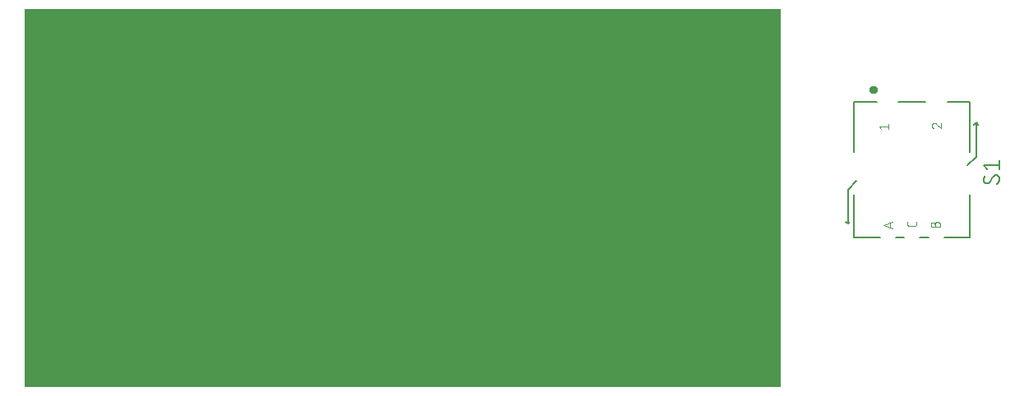
<source format=gbr>
G04 EAGLE Gerber RS-274X export*
G75*
%MOMM*%
%FSLAX34Y34*%
%LPD*%
%INSilkscreen Top*%
%IPPOS*%
%AMOC8*
5,1,8,0,0,1.08239X$1,22.5*%
G01*
%ADD10C,0.431800*%
%ADD11R,77.920000X38.920000*%
%ADD12C,0.076200*%
%ADD13C,0.200000*%
%ADD14C,0.127000*%
%ADD15C,0.400000*%
%ADD16C,0.152400*%


D10*
X366847Y385699D02*
X345059Y385699D01*
X345059Y434721D01*
X366847Y434721D01*
X361400Y412933D02*
X345059Y412933D01*
X389320Y385699D02*
X400214Y385699D01*
X389320Y385699D02*
X389057Y385702D01*
X388794Y385712D01*
X388531Y385728D01*
X388269Y385750D01*
X388007Y385778D01*
X387746Y385813D01*
X387486Y385855D01*
X387227Y385902D01*
X386969Y385956D01*
X386713Y386016D01*
X386458Y386082D01*
X386205Y386154D01*
X385954Y386232D01*
X385704Y386317D01*
X385457Y386407D01*
X385212Y386503D01*
X384969Y386605D01*
X384729Y386714D01*
X384492Y386827D01*
X384257Y386947D01*
X384026Y387072D01*
X383797Y387203D01*
X383572Y387339D01*
X383350Y387480D01*
X383132Y387627D01*
X382917Y387780D01*
X382706Y387937D01*
X382498Y388099D01*
X382295Y388267D01*
X382096Y388439D01*
X381901Y388616D01*
X381710Y388797D01*
X381524Y388983D01*
X381343Y389174D01*
X381166Y389369D01*
X380994Y389568D01*
X380826Y389771D01*
X380664Y389979D01*
X380507Y390190D01*
X380354Y390405D01*
X380207Y390623D01*
X380066Y390845D01*
X379930Y391070D01*
X379799Y391299D01*
X379674Y391530D01*
X379554Y391765D01*
X379441Y392002D01*
X379332Y392242D01*
X379230Y392485D01*
X379134Y392730D01*
X379044Y392977D01*
X378959Y393227D01*
X378881Y393478D01*
X378809Y393731D01*
X378743Y393986D01*
X378683Y394242D01*
X378629Y394500D01*
X378582Y394759D01*
X378540Y395019D01*
X378505Y395280D01*
X378477Y395542D01*
X378455Y395804D01*
X378439Y396067D01*
X378429Y396330D01*
X378426Y396593D01*
X378427Y396593D02*
X378427Y423827D01*
X378426Y423827D02*
X378429Y424094D01*
X378439Y424362D01*
X378456Y424628D01*
X378478Y424895D01*
X378508Y425161D01*
X378544Y425425D01*
X378586Y425689D01*
X378635Y425952D01*
X378691Y426214D01*
X378752Y426474D01*
X378821Y426733D01*
X378895Y426989D01*
X378976Y427244D01*
X379063Y427497D01*
X379156Y427748D01*
X379255Y427996D01*
X379361Y428242D01*
X379472Y428485D01*
X379589Y428725D01*
X379712Y428962D01*
X379841Y429197D01*
X379976Y429428D01*
X380116Y429655D01*
X380262Y429879D01*
X380413Y430100D01*
X380570Y430317D01*
X380732Y430529D01*
X380899Y430738D01*
X381071Y430943D01*
X381248Y431143D01*
X381430Y431339D01*
X381617Y431530D01*
X381808Y431717D01*
X382004Y431899D01*
X382204Y432076D01*
X382409Y432248D01*
X382618Y432415D01*
X382830Y432577D01*
X383047Y432734D01*
X383268Y432885D01*
X383492Y433031D01*
X383719Y433171D01*
X383950Y433306D01*
X384185Y433435D01*
X384422Y433558D01*
X384662Y433675D01*
X384905Y433786D01*
X385151Y433892D01*
X385399Y433991D01*
X385650Y434084D01*
X385903Y434171D01*
X386158Y434252D01*
X386414Y434326D01*
X386673Y434395D01*
X386933Y434456D01*
X387195Y434512D01*
X387458Y434561D01*
X387721Y434603D01*
X387986Y434639D01*
X388252Y434669D01*
X388519Y434691D01*
X388785Y434708D01*
X389053Y434718D01*
X389320Y434721D01*
X400214Y434721D01*
X413046Y434721D02*
X413046Y385699D01*
X413046Y434721D02*
X426663Y434721D01*
X426995Y434717D01*
X427326Y434705D01*
X427657Y434685D01*
X427987Y434656D01*
X428317Y434620D01*
X428646Y434576D01*
X428973Y434524D01*
X429299Y434463D01*
X429624Y434395D01*
X429947Y434319D01*
X430267Y434235D01*
X430586Y434144D01*
X430902Y434044D01*
X431216Y433937D01*
X431527Y433822D01*
X431836Y433700D01*
X432141Y433571D01*
X432443Y433433D01*
X432741Y433289D01*
X433036Y433137D01*
X433327Y432979D01*
X433615Y432813D01*
X433898Y432640D01*
X434176Y432461D01*
X434451Y432274D01*
X434720Y432081D01*
X434985Y431882D01*
X435245Y431676D01*
X435500Y431464D01*
X435750Y431246D01*
X435994Y431021D01*
X436233Y430791D01*
X436466Y430555D01*
X436693Y430314D01*
X436914Y430067D01*
X437130Y429814D01*
X437339Y429557D01*
X437541Y429295D01*
X437738Y429027D01*
X437927Y428755D01*
X438110Y428479D01*
X438286Y428198D01*
X438456Y427913D01*
X438618Y427623D01*
X438773Y427330D01*
X438921Y427034D01*
X439062Y426733D01*
X439195Y426430D01*
X439321Y426123D01*
X439440Y425813D01*
X439551Y425501D01*
X439654Y425186D01*
X439749Y424868D01*
X439837Y424548D01*
X439917Y424226D01*
X439989Y423903D01*
X440053Y423577D01*
X440110Y423251D01*
X440158Y422922D01*
X440198Y422593D01*
X440231Y422263D01*
X440255Y421933D01*
X440271Y421601D01*
X440279Y421270D01*
X440279Y420938D01*
X440271Y420607D01*
X440255Y420275D01*
X440231Y419945D01*
X440198Y419615D01*
X440158Y419286D01*
X440110Y418957D01*
X440053Y418631D01*
X439989Y418305D01*
X439917Y417982D01*
X439837Y417660D01*
X439749Y417340D01*
X439654Y417022D01*
X439551Y416707D01*
X439440Y416395D01*
X439321Y416085D01*
X439195Y415778D01*
X439062Y415475D01*
X438921Y415174D01*
X438773Y414878D01*
X438618Y414585D01*
X438456Y414296D01*
X438286Y414010D01*
X438110Y413729D01*
X437927Y413453D01*
X437738Y413181D01*
X437541Y412913D01*
X437339Y412651D01*
X437130Y412394D01*
X436914Y412141D01*
X436693Y411894D01*
X436466Y411653D01*
X436233Y411417D01*
X435994Y411187D01*
X435750Y410962D01*
X435500Y410744D01*
X435245Y410532D01*
X434985Y410326D01*
X434720Y410127D01*
X434451Y409934D01*
X434176Y409747D01*
X433898Y409568D01*
X433615Y409395D01*
X433327Y409229D01*
X433036Y409071D01*
X432741Y408919D01*
X432443Y408775D01*
X432141Y408637D01*
X431836Y408508D01*
X431527Y408386D01*
X431216Y408271D01*
X430902Y408164D01*
X430586Y408064D01*
X430267Y407973D01*
X429947Y407889D01*
X429624Y407813D01*
X429299Y407745D01*
X428973Y407684D01*
X428646Y407632D01*
X428317Y407588D01*
X427987Y407552D01*
X427657Y407523D01*
X427326Y407503D01*
X426995Y407491D01*
X426663Y407487D01*
X413046Y407487D01*
X429387Y407487D02*
X440280Y385699D01*
X450368Y385699D02*
X466708Y434721D01*
X483049Y385699D01*
X478964Y397955D02*
X454453Y397955D01*
X494430Y385699D02*
X494430Y434721D01*
X521664Y385699D01*
X521664Y434721D01*
D11*
X440400Y245400D03*
D12*
X931581Y318772D02*
X933669Y316162D01*
X931581Y318772D02*
X940979Y318772D01*
X940979Y316162D02*
X940979Y321383D01*
X935581Y217250D02*
X944979Y214118D01*
X944979Y220383D02*
X935581Y217250D01*
X942630Y219600D02*
X942630Y214901D01*
X969979Y218295D02*
X969979Y220383D01*
X969979Y218295D02*
X969977Y218206D01*
X969971Y218118D01*
X969962Y218030D01*
X969949Y217942D01*
X969932Y217855D01*
X969912Y217769D01*
X969887Y217684D01*
X969860Y217599D01*
X969828Y217516D01*
X969794Y217435D01*
X969755Y217355D01*
X969714Y217277D01*
X969669Y217200D01*
X969621Y217126D01*
X969570Y217053D01*
X969516Y216983D01*
X969458Y216916D01*
X969398Y216850D01*
X969336Y216788D01*
X969270Y216728D01*
X969203Y216670D01*
X969133Y216616D01*
X969060Y216565D01*
X968986Y216517D01*
X968909Y216472D01*
X968831Y216431D01*
X968751Y216392D01*
X968670Y216358D01*
X968587Y216326D01*
X968502Y216299D01*
X968417Y216274D01*
X968331Y216254D01*
X968244Y216237D01*
X968156Y216224D01*
X968068Y216215D01*
X967980Y216209D01*
X967891Y216207D01*
X967891Y216206D02*
X962669Y216206D01*
X962578Y216208D01*
X962487Y216214D01*
X962396Y216224D01*
X962306Y216238D01*
X962217Y216256D01*
X962128Y216277D01*
X962041Y216303D01*
X961955Y216332D01*
X961870Y216365D01*
X961786Y216402D01*
X961704Y216442D01*
X961625Y216486D01*
X961547Y216533D01*
X961471Y216584D01*
X961397Y216638D01*
X961326Y216695D01*
X961258Y216755D01*
X961192Y216818D01*
X961129Y216884D01*
X961069Y216952D01*
X961012Y217023D01*
X960958Y217097D01*
X960907Y217173D01*
X960860Y217250D01*
X960816Y217330D01*
X960776Y217412D01*
X960739Y217496D01*
X960706Y217580D01*
X960677Y217667D01*
X960651Y217754D01*
X960630Y217843D01*
X960612Y217932D01*
X960598Y218022D01*
X960588Y218113D01*
X960582Y218204D01*
X960580Y218295D01*
X960581Y218295D02*
X960581Y220383D01*
X988758Y217772D02*
X988758Y215162D01*
X988757Y217772D02*
X988759Y217873D01*
X988765Y217974D01*
X988775Y218075D01*
X988788Y218175D01*
X988806Y218275D01*
X988827Y218374D01*
X988853Y218472D01*
X988882Y218569D01*
X988914Y218665D01*
X988951Y218759D01*
X988991Y218852D01*
X989035Y218944D01*
X989082Y219033D01*
X989133Y219121D01*
X989187Y219207D01*
X989244Y219290D01*
X989304Y219372D01*
X989368Y219450D01*
X989434Y219527D01*
X989504Y219600D01*
X989576Y219671D01*
X989651Y219739D01*
X989729Y219804D01*
X989809Y219866D01*
X989891Y219925D01*
X989976Y219981D01*
X990063Y220033D01*
X990151Y220082D01*
X990242Y220128D01*
X990334Y220169D01*
X990428Y220208D01*
X990523Y220242D01*
X990619Y220273D01*
X990717Y220300D01*
X990815Y220324D01*
X990915Y220343D01*
X991015Y220359D01*
X991115Y220371D01*
X991216Y220379D01*
X991317Y220383D01*
X991419Y220383D01*
X991520Y220379D01*
X991621Y220371D01*
X991721Y220359D01*
X991821Y220343D01*
X991921Y220324D01*
X992019Y220300D01*
X992117Y220273D01*
X992213Y220242D01*
X992308Y220208D01*
X992402Y220169D01*
X992494Y220128D01*
X992585Y220082D01*
X992674Y220033D01*
X992760Y219981D01*
X992845Y219925D01*
X992927Y219866D01*
X993007Y219804D01*
X993085Y219739D01*
X993160Y219671D01*
X993232Y219600D01*
X993302Y219527D01*
X993368Y219450D01*
X993432Y219372D01*
X993492Y219290D01*
X993549Y219207D01*
X993603Y219121D01*
X993654Y219033D01*
X993701Y218944D01*
X993745Y218852D01*
X993785Y218759D01*
X993822Y218665D01*
X993854Y218569D01*
X993883Y218472D01*
X993909Y218374D01*
X993930Y218275D01*
X993948Y218175D01*
X993961Y218075D01*
X993971Y217974D01*
X993977Y217873D01*
X993979Y217772D01*
X993979Y215162D01*
X984581Y215162D01*
X984581Y217772D01*
X984583Y217862D01*
X984589Y217951D01*
X984598Y218041D01*
X984612Y218130D01*
X984629Y218218D01*
X984650Y218305D01*
X984675Y218392D01*
X984704Y218477D01*
X984736Y218561D01*
X984771Y218643D01*
X984811Y218724D01*
X984853Y218803D01*
X984899Y218880D01*
X984949Y218955D01*
X985001Y219028D01*
X985057Y219099D01*
X985115Y219167D01*
X985177Y219232D01*
X985241Y219295D01*
X985308Y219355D01*
X985377Y219412D01*
X985449Y219466D01*
X985523Y219517D01*
X985599Y219565D01*
X985677Y219609D01*
X985757Y219650D01*
X985839Y219688D01*
X985922Y219722D01*
X986007Y219752D01*
X986093Y219779D01*
X986179Y219802D01*
X986267Y219821D01*
X986356Y219836D01*
X986445Y219848D01*
X986534Y219856D01*
X986624Y219860D01*
X986714Y219860D01*
X986804Y219856D01*
X986893Y219848D01*
X986982Y219836D01*
X987071Y219821D01*
X987159Y219802D01*
X987245Y219779D01*
X987331Y219752D01*
X987416Y219722D01*
X987499Y219688D01*
X987581Y219650D01*
X987661Y219609D01*
X987739Y219565D01*
X987815Y219517D01*
X987889Y219466D01*
X987961Y219412D01*
X988030Y219355D01*
X988097Y219295D01*
X988161Y219232D01*
X988223Y219167D01*
X988281Y219099D01*
X988337Y219028D01*
X988389Y218955D01*
X988439Y218880D01*
X988485Y218803D01*
X988527Y218724D01*
X988567Y218643D01*
X988602Y218561D01*
X988634Y218477D01*
X988663Y218392D01*
X988688Y218305D01*
X988709Y218218D01*
X988726Y218130D01*
X988740Y218041D01*
X988749Y217951D01*
X988755Y217862D01*
X988757Y217772D01*
X985581Y320034D02*
X985583Y320129D01*
X985589Y320223D01*
X985598Y320317D01*
X985611Y320411D01*
X985628Y320504D01*
X985649Y320596D01*
X985674Y320688D01*
X985702Y320778D01*
X985734Y320867D01*
X985769Y320955D01*
X985808Y321041D01*
X985850Y321126D01*
X985896Y321209D01*
X985945Y321290D01*
X985997Y321369D01*
X986052Y321446D01*
X986111Y321520D01*
X986172Y321592D01*
X986236Y321662D01*
X986303Y321729D01*
X986373Y321793D01*
X986445Y321854D01*
X986519Y321913D01*
X986596Y321968D01*
X986675Y322020D01*
X986756Y322069D01*
X986839Y322115D01*
X986924Y322157D01*
X987010Y322196D01*
X987098Y322231D01*
X987187Y322263D01*
X987277Y322291D01*
X987369Y322316D01*
X987461Y322337D01*
X987554Y322354D01*
X987648Y322367D01*
X987742Y322376D01*
X987836Y322382D01*
X987931Y322384D01*
X985581Y320034D02*
X985583Y319926D01*
X985589Y319817D01*
X985599Y319709D01*
X985612Y319602D01*
X985630Y319495D01*
X985651Y319388D01*
X985676Y319283D01*
X985705Y319178D01*
X985737Y319075D01*
X985774Y318973D01*
X985814Y318872D01*
X985857Y318773D01*
X985904Y318675D01*
X985955Y318579D01*
X986009Y318485D01*
X986066Y318393D01*
X986127Y318303D01*
X986191Y318215D01*
X986257Y318130D01*
X986327Y318047D01*
X986400Y317967D01*
X986476Y317889D01*
X986554Y317814D01*
X986635Y317742D01*
X986719Y317673D01*
X986805Y317607D01*
X986893Y317544D01*
X986984Y317485D01*
X987076Y317428D01*
X987171Y317375D01*
X987268Y317326D01*
X987366Y317280D01*
X987465Y317237D01*
X987567Y317198D01*
X987669Y317163D01*
X989759Y321600D02*
X989690Y321669D01*
X989619Y321735D01*
X989546Y321799D01*
X989470Y321860D01*
X989391Y321918D01*
X989311Y321972D01*
X989228Y322024D01*
X989144Y322072D01*
X989058Y322118D01*
X988970Y322159D01*
X988880Y322198D01*
X988789Y322233D01*
X988697Y322264D01*
X988604Y322292D01*
X988510Y322316D01*
X988415Y322336D01*
X988319Y322353D01*
X988222Y322366D01*
X988125Y322375D01*
X988028Y322381D01*
X987931Y322383D01*
X989758Y321600D02*
X994979Y317162D01*
X994979Y322383D01*
D13*
X1024700Y344264D02*
X1024700Y292764D01*
X1024700Y344264D02*
X1002200Y344264D01*
X1024700Y248764D02*
X1024700Y204764D01*
X998200Y204764D01*
X982200Y204764D02*
X973200Y204764D01*
X957200Y204764D02*
X948200Y204764D01*
X932200Y204764D02*
X905700Y204764D01*
X905700Y248764D01*
X905700Y344264D02*
X929200Y344264D01*
X905700Y344264D02*
X905700Y292764D01*
X951200Y344264D02*
X979200Y344264D01*
D14*
X908200Y262764D02*
X899200Y253764D01*
X899200Y218764D01*
X901200Y220764D01*
X899200Y218764D02*
X897200Y220764D01*
X1022200Y278764D02*
X1031200Y287764D01*
X1031200Y322764D01*
X1029200Y320764D01*
X1031200Y322764D02*
X1033200Y320764D01*
D15*
X923200Y356764D02*
X923202Y356853D01*
X923208Y356942D01*
X923218Y357031D01*
X923232Y357119D01*
X923249Y357206D01*
X923271Y357292D01*
X923297Y357378D01*
X923326Y357462D01*
X923359Y357545D01*
X923395Y357626D01*
X923436Y357706D01*
X923479Y357783D01*
X923526Y357859D01*
X923577Y357932D01*
X923630Y358003D01*
X923687Y358072D01*
X923747Y358138D01*
X923810Y358202D01*
X923875Y358262D01*
X923943Y358320D01*
X924014Y358374D01*
X924087Y358425D01*
X924162Y358473D01*
X924239Y358518D01*
X924318Y358559D01*
X924399Y358596D01*
X924481Y358630D01*
X924565Y358661D01*
X924650Y358687D01*
X924736Y358710D01*
X924823Y358728D01*
X924911Y358743D01*
X925000Y358754D01*
X925089Y358761D01*
X925178Y358764D01*
X925267Y358763D01*
X925356Y358758D01*
X925444Y358749D01*
X925533Y358736D01*
X925620Y358719D01*
X925707Y358699D01*
X925793Y358674D01*
X925877Y358646D01*
X925960Y358614D01*
X926042Y358578D01*
X926122Y358539D01*
X926200Y358496D01*
X926276Y358450D01*
X926350Y358400D01*
X926422Y358347D01*
X926491Y358291D01*
X926558Y358232D01*
X926622Y358170D01*
X926683Y358106D01*
X926742Y358038D01*
X926797Y357968D01*
X926849Y357896D01*
X926898Y357821D01*
X926943Y357745D01*
X926985Y357666D01*
X927023Y357586D01*
X927058Y357504D01*
X927089Y357420D01*
X927117Y357335D01*
X927140Y357249D01*
X927160Y357162D01*
X927176Y357075D01*
X927188Y356986D01*
X927196Y356898D01*
X927200Y356809D01*
X927200Y356719D01*
X927196Y356630D01*
X927188Y356542D01*
X927176Y356453D01*
X927160Y356366D01*
X927140Y356279D01*
X927117Y356193D01*
X927089Y356108D01*
X927058Y356024D01*
X927023Y355942D01*
X926985Y355862D01*
X926943Y355783D01*
X926898Y355707D01*
X926849Y355632D01*
X926797Y355560D01*
X926742Y355490D01*
X926683Y355422D01*
X926622Y355358D01*
X926558Y355296D01*
X926491Y355237D01*
X926422Y355181D01*
X926350Y355128D01*
X926276Y355078D01*
X926200Y355032D01*
X926122Y354989D01*
X926042Y354950D01*
X925960Y354914D01*
X925877Y354882D01*
X925793Y354854D01*
X925707Y354829D01*
X925620Y354809D01*
X925533Y354792D01*
X925444Y354779D01*
X925356Y354770D01*
X925267Y354765D01*
X925178Y354764D01*
X925089Y354767D01*
X925000Y354774D01*
X924911Y354785D01*
X924823Y354800D01*
X924736Y354818D01*
X924650Y354841D01*
X924565Y354867D01*
X924481Y354898D01*
X924399Y354932D01*
X924318Y354969D01*
X924239Y355010D01*
X924162Y355055D01*
X924087Y355103D01*
X924014Y355154D01*
X923943Y355208D01*
X923875Y355266D01*
X923810Y355326D01*
X923747Y355390D01*
X923687Y355456D01*
X923630Y355525D01*
X923577Y355596D01*
X923526Y355669D01*
X923479Y355745D01*
X923436Y355822D01*
X923395Y355902D01*
X923359Y355983D01*
X923326Y356066D01*
X923297Y356150D01*
X923271Y356236D01*
X923249Y356322D01*
X923232Y356409D01*
X923218Y356497D01*
X923208Y356586D01*
X923202Y356675D01*
X923200Y356764D01*
D16*
X1051606Y268724D02*
X1051724Y268722D01*
X1051842Y268716D01*
X1051960Y268707D01*
X1052077Y268693D01*
X1052194Y268676D01*
X1052311Y268655D01*
X1052426Y268630D01*
X1052541Y268601D01*
X1052655Y268568D01*
X1052767Y268532D01*
X1052878Y268492D01*
X1052988Y268449D01*
X1053097Y268402D01*
X1053204Y268352D01*
X1053309Y268297D01*
X1053412Y268240D01*
X1053513Y268179D01*
X1053613Y268115D01*
X1053710Y268048D01*
X1053805Y267978D01*
X1053897Y267904D01*
X1053988Y267828D01*
X1054075Y267748D01*
X1054160Y267666D01*
X1054242Y267581D01*
X1054322Y267494D01*
X1054398Y267403D01*
X1054472Y267311D01*
X1054542Y267216D01*
X1054609Y267119D01*
X1054673Y267019D01*
X1054734Y266918D01*
X1054791Y266815D01*
X1054846Y266710D01*
X1054896Y266603D01*
X1054943Y266494D01*
X1054986Y266384D01*
X1055026Y266273D01*
X1055062Y266161D01*
X1055095Y266047D01*
X1055124Y265932D01*
X1055149Y265817D01*
X1055170Y265700D01*
X1055187Y265583D01*
X1055201Y265466D01*
X1055210Y265348D01*
X1055216Y265230D01*
X1055218Y265112D01*
X1055216Y264929D01*
X1055209Y264747D01*
X1055198Y264565D01*
X1055183Y264383D01*
X1055163Y264201D01*
X1055140Y264020D01*
X1055111Y263840D01*
X1055079Y263660D01*
X1055042Y263481D01*
X1055001Y263304D01*
X1054955Y263127D01*
X1054906Y262951D01*
X1054852Y262777D01*
X1054794Y262603D01*
X1054732Y262432D01*
X1054666Y262262D01*
X1054595Y262093D01*
X1054521Y261926D01*
X1054443Y261761D01*
X1054361Y261598D01*
X1054275Y261437D01*
X1054185Y261278D01*
X1054091Y261121D01*
X1053994Y260967D01*
X1053893Y260815D01*
X1053788Y260665D01*
X1053680Y260518D01*
X1053569Y260374D01*
X1053454Y260232D01*
X1053335Y260093D01*
X1053213Y259957D01*
X1053088Y259824D01*
X1052960Y259694D01*
X1042574Y260145D02*
X1042456Y260147D01*
X1042338Y260153D01*
X1042220Y260162D01*
X1042103Y260176D01*
X1041986Y260193D01*
X1041869Y260214D01*
X1041754Y260239D01*
X1041639Y260268D01*
X1041525Y260301D01*
X1041413Y260337D01*
X1041302Y260377D01*
X1041192Y260420D01*
X1041083Y260467D01*
X1040976Y260517D01*
X1040871Y260572D01*
X1040768Y260629D01*
X1040667Y260690D01*
X1040567Y260754D01*
X1040470Y260821D01*
X1040375Y260891D01*
X1040283Y260965D01*
X1040192Y261041D01*
X1040105Y261121D01*
X1040020Y261203D01*
X1039938Y261288D01*
X1039858Y261375D01*
X1039782Y261466D01*
X1039708Y261558D01*
X1039638Y261653D01*
X1039571Y261750D01*
X1039507Y261850D01*
X1039446Y261951D01*
X1039389Y262054D01*
X1039334Y262159D01*
X1039284Y262266D01*
X1039237Y262375D01*
X1039194Y262485D01*
X1039154Y262596D01*
X1039118Y262708D01*
X1039085Y262822D01*
X1039056Y262937D01*
X1039031Y263052D01*
X1039010Y263169D01*
X1038993Y263286D01*
X1038979Y263403D01*
X1038970Y263521D01*
X1038964Y263639D01*
X1038962Y263757D01*
X1038964Y263918D01*
X1038970Y264080D01*
X1038979Y264241D01*
X1038993Y264402D01*
X1039010Y264562D01*
X1039031Y264722D01*
X1039056Y264882D01*
X1039085Y265041D01*
X1039117Y265199D01*
X1039153Y265356D01*
X1039193Y265512D01*
X1039237Y265668D01*
X1039285Y265822D01*
X1039336Y265975D01*
X1039390Y266127D01*
X1039449Y266278D01*
X1039510Y266427D01*
X1039576Y266574D01*
X1039645Y266720D01*
X1039717Y266865D01*
X1039793Y267007D01*
X1039872Y267148D01*
X1039954Y267287D01*
X1040040Y267423D01*
X1040129Y267558D01*
X1040221Y267691D01*
X1040317Y267821D01*
X1045735Y261951D02*
X1045673Y261850D01*
X1045608Y261750D01*
X1045539Y261653D01*
X1045467Y261558D01*
X1045393Y261465D01*
X1045315Y261375D01*
X1045234Y261287D01*
X1045151Y261202D01*
X1045065Y261120D01*
X1044976Y261041D01*
X1044885Y260964D01*
X1044791Y260891D01*
X1044695Y260820D01*
X1044597Y260753D01*
X1044497Y260689D01*
X1044394Y260628D01*
X1044290Y260571D01*
X1044184Y260517D01*
X1044076Y260467D01*
X1043967Y260420D01*
X1043856Y260376D01*
X1043744Y260336D01*
X1043630Y260300D01*
X1043516Y260268D01*
X1043400Y260239D01*
X1043284Y260214D01*
X1043167Y260193D01*
X1043049Y260176D01*
X1042931Y260162D01*
X1042812Y260153D01*
X1042693Y260147D01*
X1042574Y260145D01*
X1048445Y266919D02*
X1048507Y267020D01*
X1048572Y267120D01*
X1048641Y267217D01*
X1048713Y267312D01*
X1048787Y267405D01*
X1048865Y267495D01*
X1048946Y267583D01*
X1049029Y267668D01*
X1049115Y267750D01*
X1049204Y267829D01*
X1049295Y267906D01*
X1049389Y267979D01*
X1049485Y268050D01*
X1049583Y268117D01*
X1049683Y268181D01*
X1049786Y268242D01*
X1049890Y268299D01*
X1049996Y268353D01*
X1050104Y268403D01*
X1050213Y268450D01*
X1050324Y268494D01*
X1050436Y268534D01*
X1050550Y268570D01*
X1050664Y268602D01*
X1050780Y268631D01*
X1050896Y268656D01*
X1051013Y268677D01*
X1051131Y268694D01*
X1051249Y268708D01*
X1051368Y268717D01*
X1051487Y268723D01*
X1051606Y268725D01*
X1048445Y266918D02*
X1045735Y261951D01*
X1042574Y274804D02*
X1038962Y279319D01*
X1055218Y279319D01*
X1055218Y274804D02*
X1055218Y283835D01*
M02*

</source>
